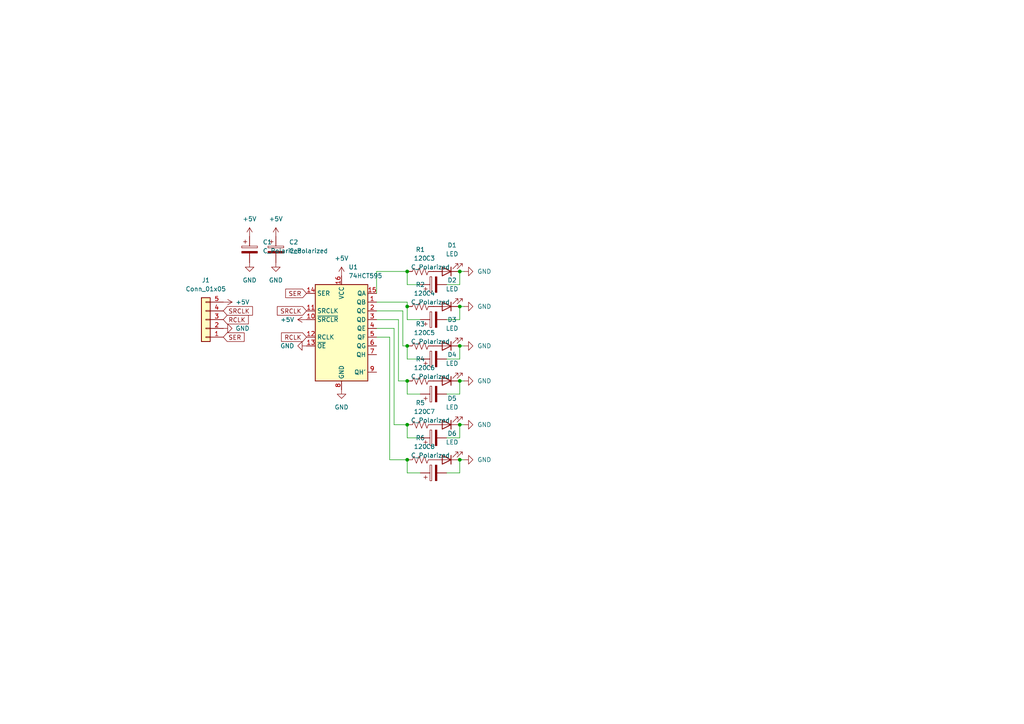
<source format=kicad_sch>
(kicad_sch (version 20211123) (generator eeschema)
  (paper "A4")
  (lib_symbols
    (symbol "4ms_Power:+5V" (power) (pin_names (offset 0))
      (property "Value" "+5V" (at 0 3.556 0))
      (symbol "+5V_0_1"
        (polyline (pts (xy -0.762 1.27) (xy 0 2.54)))
        (polyline (pts (xy 0 0) (xy 0 2.54)))
        (polyline (pts (xy 0 2.54) (xy 0.762 1.27)))
      )
      (symbol "+5V_1_1"
        (pin power_in line (at 0 0 90) (length 0) hide (name "+5V") (number "1"))
      )
    )
    (symbol "4ms_Power:GND" (power) (pin_names (offset 0))
      (property "Value" "GND" (at 0 -3.81 0))
      (symbol "GND_0_1"
        (polyline (pts (xy 0 0) (xy 0 -1.27) (xy 1.27 -1.27) (xy 0 -2.54) (xy -1.27 -1.27) (xy 0 -1.27)))
      )
      (symbol "GND_1_1"
        (pin power_in line (at 0 0 270) (length 0) hide (name "GND") (number "1"))
      )
    )
    (symbol "74xx:74HCT595"
      (property "Reference" "U" (at -7.62 13.97 0))
      (property "Value" "74HCT595" (at -7.62 -16.51 0))
      (symbol "74HCT595_1_0"
        (pin tri_state line (at 10.16 7.62 180) (length 2.54) (name "QB") (number "1"))
        (pin input line (at -10.16 2.54 0) (length 2.54) (name "~{SRCLR}") (number "10"))
        (pin input line (at -10.16 5.08 0) (length 2.54) (name "SRCLK") (number "11"))
        (pin input line (at -10.16 -2.54 0) (length 2.54) (name "RCLK") (number "12"))
        (pin input line (at -10.16 -5.08 0) (length 2.54) (name "~{OE}") (number "13"))
        (pin input line (at -10.16 10.16 0) (length 2.54) (name "SER") (number "14"))
        (pin tri_state line (at 10.16 10.16 180) (length 2.54) (name "QA") (number "15"))
        (pin power_in line (at 0 15.24 270) (length 2.54) (name "VCC") (number "16"))
        (pin tri_state line (at 10.16 5.08 180) (length 2.54) (name "QC") (number "2"))
        (pin tri_state line (at 10.16 2.54 180) (length 2.54) (name "QD") (number "3"))
        (pin tri_state line (at 10.16 0 180) (length 2.54) (name "QE") (number "4"))
        (pin tri_state line (at 10.16 -2.54 180) (length 2.54) (name "QF") (number "5"))
        (pin tri_state line (at 10.16 -5.08 180) (length 2.54) (name "QG") (number "6"))
        (pin tri_state line (at 10.16 -7.62 180) (length 2.54) (name "QH") (number "7"))
        (pin power_in line (at 0 -17.78 90) (length 2.54) (name "GND") (number "8"))
        (pin output line (at 10.16 -12.7 180) (length 2.54) (name "QH'") (number "9"))
      )
      (symbol "74HCT595_1_1"
        (rectangle (start -7.62 12.7) (end 7.62 -15.24) (stroke (width 0.254)) (fill (type background)))
      )
    )
    (symbol "Connector_Generic:Conn_01x05" (pin_names (offset 1.016) hide)
      (property "Reference" "J" (at 0 7.62 0))
      (property "Value" "Conn_01x05" (at 0 -7.62 0))
      (symbol "Conn_01x05_1_1"
        (rectangle (start -1.27 -4.953) (end 0 -5.207) (stroke (width 0.1524)))
        (rectangle (start -1.27 -2.413) (end 0 -2.667) (stroke (width 0.1524)))
        (rectangle (start -1.27 0.127) (end 0 -0.127) (stroke (width 0.1524)))
        (rectangle (start -1.27 2.667) (end 0 2.413) (stroke (width 0.1524)))
        (rectangle (start -1.27 5.207) (end 0 4.953) (stroke (width 0.1524)))
        (rectangle (start -1.27 6.35) (end 1.27 -6.35) (stroke (width 0.254)) (fill (type background)))
        (pin passive line (at -5.08 5.08 0) (length 3.81) (name "Pin_1") (number "1"))
        (pin passive line (at -5.08 2.54 0) (length 3.81) (name "Pin_2") (number "2"))
        (pin passive line (at -5.08 0 0) (length 3.81) (name "Pin_3") (number "3"))
        (pin passive line (at -5.08 -2.54 0) (length 3.81) (name "Pin_4") (number "4"))
        (pin passive line (at -5.08 -5.08 0) (length 3.81) (name "Pin_5") (number "5"))
      )
    )
    (symbol "Device:C_Polarized" (pin_numbers hide) (pin_names (offset 0.254))
      (property "Reference" "C" (at 0.635 2.54 0))
      (property "Value" "C_Polarized" (at 0.635 -2.54 0))
      (symbol "C_Polarized_0_1"
        (rectangle (start -2.286 0.508) (end 2.286 1.016))
        (polyline (pts (xy -1.778 2.286) (xy -0.762 2.286)))
        (polyline (pts (xy -1.27 2.794) (xy -1.27 1.778)))
        (rectangle (start 2.286 -0.508) (end -2.286 -1.016) (fill (type outline)))
      )
      (symbol "C_Polarized_1_1"
        (pin passive line (at 0 3.81 270) (length 2.794) (name "~") (number "1"))
        (pin passive line (at 0 -3.81 90) (length 2.794) (name "~") (number "2"))
      )
    )
    (symbol "Device:LED" (pin_numbers hide) (pin_names (offset 1.016) hide)
      (property "Reference" "D" (at 0 2.54 0))
      (property "Value" "LED" (at 0 -2.54 0))
      (symbol "LED_0_1"
        (polyline (pts (xy -1.27 -1.27) (xy -1.27 1.27)) (stroke (width 0.254)))
        (polyline (pts (xy -1.27 0) (xy 1.27 0)))
        (polyline (pts (xy 1.27 -1.27) (xy 1.27 1.27) (xy -1.27 0) (xy 1.27 -1.27)) (stroke (width 0.254)))
        (polyline (pts (xy -3.048 -0.762) (xy -4.572 -2.286) (xy -3.81 -2.286) (xy -4.572 -2.286) (xy -4.572 -1.524)))
        (polyline (pts (xy -1.778 -0.762) (xy -3.302 -2.286) (xy -2.54 -2.286) (xy -3.302 -2.286) (xy -3.302 -1.524)))
      )
      (symbol "LED_1_1"
        (pin passive line (at -3.81 0 0) (length 2.54) (name "K") (number "1"))
        (pin passive line (at 3.81 0 180) (length 2.54) (name "A") (number "2"))
      )
    )
    (symbol "Device:R_US" (pin_numbers hide) (pin_names (offset 0))
      (property "Reference" "R" (at 2.54 0 90))
      (property "Value" "R_US" (at -2.54 0 90))
      (symbol "R_US_0_1"
        (polyline (pts (xy 0 -2.286) (xy 0 -2.54)))
        (polyline (pts (xy 0 2.286) (xy 0 2.54)))
        (polyline (pts (xy 0 -0.762) (xy 1.016 -1.143) (xy 0 -1.524) (xy -1.016 -1.905) (xy 0 -2.286)))
        (polyline (pts (xy 0 0.762) (xy 1.016 0.381) (xy 0 0) (xy -1.016 -0.381) (xy 0 -0.762)))
        (polyline (pts (xy 0 2.286) (xy 1.016 1.905) (xy 0 1.524) (xy -1.016 1.143) (xy 0 0.762)))
      )
      (symbol "R_US_1_1"
        (pin passive line (at 0 3.81 270) (length 1.27) (name "~") (number "1"))
        (pin passive line (at 0 -3.81 90) (length 1.27) (name "~") (number "2"))
      )
    )
  )
  (junction (at 133.35 88.9))
  (junction (at 133.35 110.49))
  (junction (at 133.35 100.33))
  (junction (at 118.11 100.33))
  (junction (at 118.11 88.9))
  (junction (at 133.35 133.35))
  (junction (at 118.11 123.19))
  (junction (at 133.35 123.19))
  (junction (at 118.11 110.49))
  (junction (at 118.11 78.74))
  (junction (at 118.11 133.35))
  (junction (at 133.35 78.74))
  (wire (pts (xy 129.54 82.55) (xy 133.35 82.55)))
  (wire (pts (xy 109.22 97.79) (xy 113.03 97.79)))
  (wire (pts (xy 109.22 95.25) (xy 114.3 95.25)))
  (wire (pts (xy 133.35 137.16) (xy 133.35 133.35)))
  (wire (pts (xy 134.62 110.49) (xy 133.35 110.49)))
  (wire (pts (xy 133.35 92.71) (xy 133.35 88.9)))
  (wire (pts (xy 115.57 92.71) (xy 115.57 110.49)))
  (wire (pts (xy 114.3 123.19) (xy 118.11 123.19)))
  (wire (pts (xy 116.84 100.33) (xy 118.11 100.33)))
  (wire (pts (xy 118.11 137.16) (xy 118.11 133.35)))
  (wire (pts (xy 109.22 87.63) (xy 118.11 87.63)))
  (wire (pts (xy 109.22 90.17) (xy 116.84 90.17)))
  (wire (pts (xy 133.35 82.55) (xy 133.35 78.74)))
  (wire (pts (xy 129.54 137.16) (xy 133.35 137.16)))
  (wire (pts (xy 118.11 92.71) (xy 118.11 88.9)))
  (wire (pts (xy 129.54 127) (xy 133.35 127)))
  (wire (pts (xy 129.54 104.14) (xy 133.35 104.14)))
  (wire (pts (xy 118.11 82.55) (xy 118.11 78.74)))
  (wire (pts (xy 118.11 114.3) (xy 118.11 110.49)))
  (wire (pts (xy 113.03 133.35) (xy 118.11 133.35)))
  (wire (pts (xy 116.84 90.17) (xy 116.84 100.33)))
  (wire (pts (xy 113.03 97.79) (xy 113.03 133.35)))
  (wire (pts (xy 121.92 82.55) (xy 118.11 82.55)))
  (wire (pts (xy 129.54 92.71) (xy 133.35 92.71)))
  (wire (pts (xy 134.62 78.74) (xy 133.35 78.74)))
  (wire (pts (xy 121.92 92.71) (xy 118.11 92.71)))
  (wire (pts (xy 118.11 87.63) (xy 118.11 88.9)))
  (wire (pts (xy 133.35 104.14) (xy 133.35 100.33)))
  (wire (pts (xy 109.22 78.74) (xy 118.11 78.74)))
  (wire (pts (xy 121.92 104.14) (xy 118.11 104.14)))
  (wire (pts (xy 134.62 123.19) (xy 133.35 123.19)))
  (wire (pts (xy 114.3 95.25) (xy 114.3 123.19)))
  (wire (pts (xy 133.35 127) (xy 133.35 123.19)))
  (wire (pts (xy 118.11 104.14) (xy 118.11 100.33)))
  (wire (pts (xy 134.62 100.33) (xy 133.35 100.33)))
  (wire (pts (xy 121.92 114.3) (xy 118.11 114.3)))
  (wire (pts (xy 134.62 133.35) (xy 133.35 133.35)))
  (wire (pts (xy 134.62 88.9) (xy 133.35 88.9)))
  (wire (pts (xy 121.92 137.16) (xy 118.11 137.16)))
  (wire (pts (xy 109.22 85.09) (xy 109.22 78.74)))
  (wire (pts (xy 118.11 127) (xy 118.11 123.19)))
  (wire (pts (xy 115.57 110.49) (xy 118.11 110.49)))
  (wire (pts (xy 129.54 114.3) (xy 133.35 114.3)))
  (wire (pts (xy 133.35 114.3) (xy 133.35 110.49)))
  (wire (pts (xy 121.92 127) (xy 118.11 127)))
  (wire (pts (xy 109.22 92.71) (xy 115.57 92.71)))
  (global_label "SRCLK" (shape input) (at 88.9 90.17 180) (property "Intersheet References" "${INTERSHEET_REFS}" (effects hide)))
  (global_label "SER" (shape input) (at 64.77 97.79 0) (property "Intersheet References" "${INTERSHEET_REFS}" (effects hide)))
  (global_label "SRCLK" (shape input) (at 64.77 90.17 0) (property "Intersheet References" "${INTERSHEET_REFS}" (effects hide)))
  (global_label "SER" (shape input) (at 88.9 85.09 180) (property "Intersheet References" "${INTERSHEET_REFS}" (effects hide)))
  (global_label "RCLK" (shape input) (at 88.9 97.79 180) (property "Intersheet References" "${INTERSHEET_REFS}" (effects hide)))
  (global_label "RCLK" (shape input) (at 64.77 92.71 0) (property "Intersheet References" "${INTERSHEET_REFS}" (effects hide)))
  (symbol (lib_id "Device:R_US") (at 121.92 123.19 90) (unit 1)
    (property "Reference" "R5" (at 121.92 116.84 90))
    (property "Value" "120" (at 121.92 119.38 90))
    (property "Footprint" "Resistor_THT:R_Axial_DIN0207_L6.3mm_D2.5mm_P7.62mm_Horizontal" (effects hide))
  )
  (symbol (lib_id "4ms_Power:+5V") (at 64.77 87.63 270) (unit 1)
    (property "Reference" "#PWR07" (effects hide))
    (property "Value" "+5V" (at 72.39 87.63 90) (effects (justify right)))
  )
  (symbol (lib_id "Device:C_Polarized") (at 80.01 72.39 0) (unit 1)
    (property "Reference" "C2" (at 83.82 70.2309 0) (effects (justify left)))
    (property "Value" "C_Polarized" (at 83.82 72.7709 0) (effects (justify left)))
    (property "Footprint" "Capacitor_THT:CP_Radial_D6.3mm_P2.50mm" (effects hide))
  )
  (symbol (lib_id "Device:LED") (at 129.54 100.33 180) (unit 1)
    (property "Reference" "D3" (at 131.1275 92.71 0))
    (property "Value" "LED" (at 131.1275 95.25 0))
    (property "Footprint" "LED_THT:LED_D5.0mm_Clear" (effects hide))
  )
  (symbol (lib_id "4ms_Power:GND") (at 80.01 76.2 0) (unit 1)
    (property "Reference" "#PWR04" (effects hide))
    (property "Value" "GND" (at 80.01 81.28 0))
  )
  (symbol (lib_id "Device:C_Polarized") (at 125.73 82.55 90) (unit 1)
    (property "Reference" "C3" (at 124.841 74.93 90))
    (property "Value" "C_Polarized" (at 124.841 77.47 90))
    (property "Footprint" "Capacitor_THT:CP_Radial_D6.3mm_P2.50mm" (effects hide))
  )
  (symbol (lib_id "Device:C_Polarized") (at 125.73 92.71 90) (unit 1)
    (property "Reference" "C4" (at 124.841 85.09 90))
    (property "Value" "C_Polarized" (at 124.841 87.63 90))
    (property "Footprint" "Capacitor_THT:CP_Radial_D6.3mm_P2.50mm" (effects hide))
  )
  (symbol (lib_id "Device:C_Polarized") (at 125.73 104.14 90) (unit 1)
    (property "Reference" "C5" (at 124.841 96.52 90))
    (property "Value" "C_Polarized" (at 124.841 99.06 90))
    (property "Footprint" "Capacitor_THT:CP_Radial_D6.3mm_P2.50mm" (effects hide))
  )
  (symbol (lib_id "4ms_Power:+5V") (at 80.01 68.58 0) (unit 1)
    (property "Reference" "#PWR02" (effects hide))
    (property "Value" "+5V" (at 80.01 63.5 0))
  )
  (symbol (lib_id "Device:R_US") (at 121.92 100.33 90) (unit 1)
    (property "Reference" "R3" (at 121.92 93.98 90))
    (property "Value" "120" (at 121.92 96.52 90))
    (property "Footprint" "Resistor_THT:R_Axial_DIN0207_L6.3mm_D2.5mm_P7.62mm_Horizontal" (effects hide))
  )
  (symbol (lib_id "74xx:74HCT595") (at 99.06 95.25 0) (unit 1)
    (property "Reference" "U1" (at 101.0794 77.47 0) (effects (justify left)))
    (property "Value" "74HCT595" (at 101.0794 80.01 0) (effects (justify left)))
    (property "Footprint" "Package_DIP:DIP-16_W7.62mm" (effects hide))
    (property "Datasheet" "https://assets.nexperia.com/documents/data-sheet/74HC_HCT595.pdf" (effects hide))
  )
  (symbol (lib_id "Device:LED") (at 129.54 110.49 180) (unit 1)
    (property "Reference" "D4" (at 131.1275 102.87 0))
    (property "Value" "LED" (at 131.1275 105.41 0))
    (property "Footprint" "LED_THT:LED_D5.0mm_Clear" (effects hide))
  )
  (symbol (lib_id "4ms_Power:+5V") (at 99.06 80.01 0) (unit 1)
    (property "Reference" "#PWR06" (effects hide))
    (property "Value" "+5V" (at 99.06 74.93 0))
  )
  (symbol (lib_id "Device:C_Polarized") (at 125.73 114.3 90) (unit 1)
    (property "Reference" "C6" (at 124.841 106.68 90))
    (property "Value" "C_Polarized" (at 124.841 109.22 90))
    (property "Footprint" "Capacitor_THT:CP_Radial_D6.3mm_P2.50mm" (effects hide))
  )
  (symbol (lib_id "4ms_Power:+5V") (at 88.9 92.71 90) (unit 1)
    (property "Reference" "#PWR09" (effects hide))
    (property "Value" "+5V" (at 81.28 92.71 90) (effects (justify right)))
  )
  (symbol (lib_id "4ms_Power:GND") (at 72.39 76.2 0) (unit 1)
    (property "Reference" "#PWR03" (effects hide))
    (property "Value" "GND" (at 72.39 81.28 0))
  )
  (symbol (lib_id "4ms_Power:GND") (at 134.62 123.19 90) (unit 1)
    (property "Reference" "#PWR015" (effects hide))
    (property "Value" "GND" (at 138.43 123.1899 90) (effects (justify right)))
  )
  (symbol (lib_id "Device:R_US") (at 121.92 110.49 90) (unit 1)
    (property "Reference" "R4" (at 121.92 104.14 90))
    (property "Value" "120" (at 121.92 106.68 90))
    (property "Footprint" "Resistor_THT:R_Axial_DIN0207_L6.3mm_D2.5mm_P7.62mm_Horizontal" (effects hide))
  )
  (symbol (lib_id "Device:LED") (at 129.54 88.9 180) (unit 1)
    (property "Reference" "D2" (at 131.1275 81.28 0))
    (property "Value" "LED" (at 131.1275 83.82 0))
    (property "Footprint" "LED_THT:LED_D5.0mm_Clear" (effects hide))
  )
  (symbol (lib_id "4ms_Power:GND") (at 134.62 100.33 90) (unit 1)
    (property "Reference" "#PWR012" (effects hide))
    (property "Value" "GND" (at 138.43 100.3299 90) (effects (justify right)))
  )
  (symbol (lib_id "Device:R_US") (at 121.92 88.9 90) (unit 1)
    (property "Reference" "R2" (at 121.92 82.55 90))
    (property "Value" "120" (at 121.92 85.09 90))
    (property "Footprint" "Resistor_THT:R_Axial_DIN0207_L6.3mm_D2.5mm_P7.62mm_Horizontal" (effects hide))
  )
  (symbol (lib_id "4ms_Power:+5V") (at 72.39 68.58 0) (unit 1)
    (property "Reference" "#PWR01" (effects hide))
    (property "Value" "+5V" (at 72.39 63.5 0))
  )
  (symbol (lib_id "Device:C_Polarized") (at 72.39 72.39 0) (unit 1)
    (property "Reference" "C1" (at 76.2 70.2309 0) (effects (justify left)))
    (property "Value" "C_Polarized" (at 76.2 72.7709 0) (effects (justify left)))
    (property "Footprint" "Capacitor_THT:CP_Radial_D6.3mm_P2.50mm" (effects hide))
  )
  (symbol (lib_id "Device:LED") (at 129.54 78.74 180) (unit 1)
    (property "Reference" "D1" (at 131.1275 71.12 0))
    (property "Value" "LED" (at 131.1275 73.66 0))
    (property "Footprint" "LED_THT:LED_D5.0mm_Clear" (effects hide))
  )
  (symbol (lib_id "Device:LED") (at 129.54 123.19 180) (unit 1)
    (property "Reference" "D5" (at 131.1275 115.57 0))
    (property "Value" "LED" (at 131.1275 118.11 0))
    (property "Footprint" "LED_THT:LED_D5.0mm_Clear" (effects hide))
  )
  (symbol (lib_id "4ms_Power:GND") (at 134.62 88.9 90) (unit 1)
    (property "Reference" "#PWR08" (effects hide))
    (property "Value" "GND" (at 138.43 88.8999 90) (effects (justify right)))
  )
  (symbol (lib_id "Connector_Generic:Conn_01x05") (at 59.69 92.71 180) (unit 1)
    (property "Reference" "J1" (at 59.69 81.28 0))
    (property "Value" "Conn_01x05" (at 59.69 83.82 0))
    (property "Footprint" "Connector_PinHeader_2.54mm:PinHeader_1x05_P2.54mm_Horizontal" (effects hide))
  )
  (symbol (lib_id "4ms_Power:GND") (at 134.62 133.35 90) (unit 1)
    (property "Reference" "#PWR016" (effects hide))
    (property "Value" "GND" (at 138.43 133.3499 90) (effects (justify right)))
  )
  (symbol (lib_id "4ms_Power:GND") (at 134.62 110.49 90) (unit 1)
    (property "Reference" "#PWR013" (effects hide))
    (property "Value" "GND" (at 138.43 110.4899 90) (effects (justify right)))
  )
  (symbol (lib_id "4ms_Power:GND") (at 134.62 78.74 90) (unit 1)
    (property "Reference" "#PWR05" (effects hide))
    (property "Value" "GND" (at 138.43 78.7399 90) (effects (justify right)))
  )
  (symbol (lib_id "Device:C_Polarized") (at 125.73 127 90) (unit 1)
    (property "Reference" "C7" (at 124.841 119.38 90))
    (property "Value" "C_Polarized" (at 124.841 121.92 90))
    (property "Footprint" "Capacitor_THT:CP_Radial_D6.3mm_P2.50mm" (effects hide))
  )
  (symbol (lib_id "4ms_Power:GND") (at 64.77 95.25 90) (unit 1)
    (property "Reference" "#PWR010" (effects hide))
    (property "Value" "GND" (at 72.39 95.25 90) (effects (justify left)))
  )
  (symbol (lib_id "Device:C_Polarized") (at 125.73 137.16 90) (unit 1)
    (property "Reference" "C8" (at 124.841 129.54 90))
    (property "Value" "C_Polarized" (at 124.841 132.08 90))
    (property "Footprint" "Capacitor_THT:CP_Radial_D6.3mm_P2.50mm" (effects hide))
  )
  (symbol (lib_id "4ms_Power:GND") (at 99.06 113.03 0) (unit 1)
    (property "Reference" "#PWR014" (effects hide))
    (property "Value" "GND" (at 99.06 118.11 0))
  )
  (symbol (lib_id "Device:R_US") (at 121.92 133.35 90) (unit 1)
    (property "Reference" "R6" (at 121.92 127 90))
    (property "Value" "120" (at 121.92 129.54 90))
    (property "Footprint" "Resistor_THT:R_Axial_DIN0207_L6.3mm_D2.5mm_P7.62mm_Horizontal" (effects hide))
  )
  (symbol (lib_id "4ms_Power:GND") (at 88.9 100.33 270) (unit 1)
    (property "Reference" "#PWR011" (effects hide))
    (property "Value" "GND" (at 81.28 100.33 90) (effects (justify left)))
  )
  (symbol (lib_id "Device:R_US") (at 121.92 78.74 90) (unit 1)
    (property "Reference" "R1" (at 121.92 72.39 90))
    (property "Value" "120" (at 121.92 74.93 90))
    (property "Footprint" "Resistor_THT:R_Axial_DIN0207_L6.3mm_D2.5mm_P7.62mm_Horizontal" (effects hide))
  )
  (symbol (lib_id "Device:LED") (at 129.54 133.35 180) (unit 1)
    (property "Reference" "D6" (at 131.1275 125.73 0))
    (property "Value" "LED" (at 131.1275 128.27 0))
    (property "Footprint" "LED_THT:LED_D5.0mm_Clear" (effects hide))
  )
)
</source>
